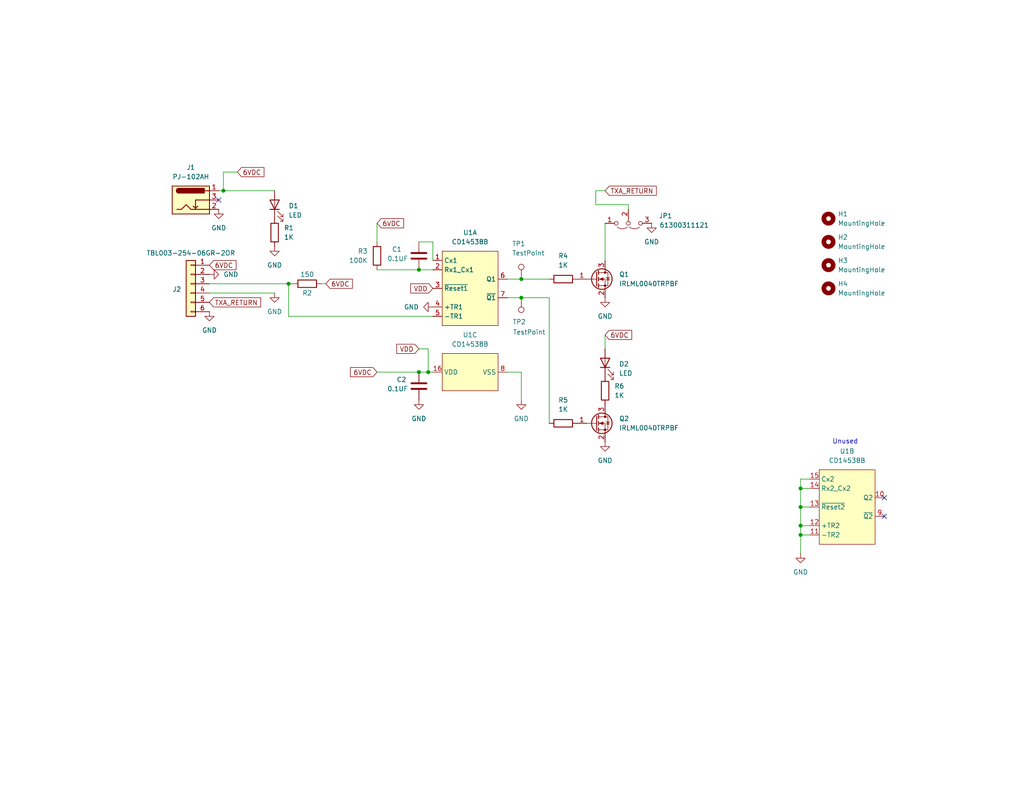
<source format=kicad_sch>
(kicad_sch (version 20231120) (generator "eeschema") (generator_version "8.0")
  (paper "A")
  (title_block (title "Aux Garage Door Sensors PCB") (date "2024-12-08") (rev "0.1") (comment 4 "Author: Jesse Wynn"))
  (lib_symbols
    (symbol "4xxx:4098"
      (property "Reference" "U" (at -5.08 11.43 0))
      (property "Value" "4098" (at -5.08 -11.43 0))
      (symbol "4098_1_1"
        (rectangle (start -7.62 10.16) (end 7.62 -10.16) (fill (type background)))
        (pin input line (at -10.16 7.62 0) (length 2.54) (name "Cx1") (number "1"))
        (pin input line (at -10.16 5.08 0) (length 2.54) (name "Rx1_Cx1") (number "2"))
        (pin input line (at -10.16 0 0) (length 2.54) (name "~{Reset1}") (number "3"))
        (pin input line (at -10.16 -5.08 0) (length 2.54) (name "+TR1") (number "4"))
        (pin input line (at -10.16 -7.62 0) (length 2.54) (name "-TR1") (number "5"))
        (pin output line (at 10.16 2.54 180) (length 2.54) (name "Q1") (number "6"))
        (pin output line (at 10.16 -2.54 180) (length 2.54) (name "~{Q1}") (number "7"))
      )
      (symbol "4098_2_1"
        (rectangle (start -7.62 10.16) (end 7.62 -10.16) (fill (type background)))
        (pin output line (at 10.16 2.54 180) (length 2.54) (name "Q2") (number "10"))
        (pin input line (at -10.16 -7.62 0) (length 2.54) (name "-TR2") (number "11"))
        (pin input line (at -10.16 -5.08 0) (length 2.54) (name "+TR2") (number "12"))
        (pin input line (at -10.16 0 0) (length 2.54) (name "~{Reset2}") (number "13"))
        (pin input line (at -10.16 5.08 0) (length 2.54) (name "Rx2_Cx2") (number "14"))
        (pin input line (at -10.16 7.62 0) (length 2.54) (name "Cx2") (number "15"))
        (pin output line (at 10.16 -2.54 180) (length 2.54) (name "~{Q2}") (number "9"))
      )
      (symbol "4098_3_1"
        (rectangle (start -5.08 7.62) (end 5.08 -7.62) (fill (type background)))
        (pin power_in line (at 0 10.16 270) (length 2.54) (name "VDD") (number "16"))
        (pin power_in line (at 0 -10.16 90) (length 2.54) (name "VSS") (number "8"))
      )
    )
    (symbol "Connector:Barrel_Jack_Switch" (pin_names hide)
      (property "Reference" "J" (at 0 5.334 0))
      (property "Value" "Barrel_Jack_Switch" (at 0 -5.08 0))
      (symbol "Barrel_Jack_Switch_0_1"
        (rectangle (start -5.08 3.81) (end 5.08 -3.81) (stroke (width 0.254)) (fill (type background)))
        (arc (start -3.302 3.175) (mid -3.9343 2.54) (end -3.302 1.905) (stroke (width 0.254)))
        (arc (start -3.302 3.175) (mid -3.9343 2.54) (end -3.302 1.905) (stroke (width 0.254)) (fill (type outline)))
        (polyline (pts (xy 1.27 -2.286) (xy 1.905 -1.651)) (stroke (width 0.254)))
        (polyline (pts (xy 5.08 2.54) (xy 3.81 2.54)) (stroke (width 0.254)))
        (polyline (pts (xy 5.08 0) (xy 1.27 0) (xy 1.27 -2.286) (xy 0.635 -1.651)) (stroke (width 0.254)))
        (polyline (pts (xy -3.81 -2.54) (xy -2.54 -2.54) (xy -1.27 -1.27) (xy 0 -2.54) (xy 2.54 -2.54) (xy 5.08 -2.54)) (stroke (width 0.254)))
        (rectangle (start 3.683 3.175) (end -3.302 1.905) (stroke (width 0.254)) (fill (type outline)))
      )
      (symbol "Barrel_Jack_Switch_1_1"
        (pin passive line (at 7.62 2.54 180) (length 2.54) (name "~") (number "1"))
        (pin passive line (at 7.62 -2.54 180) (length 2.54) (name "~") (number "2"))
        (pin passive line (at 7.62 0 180) (length 2.54) (name "~") (number "3"))
      )
    )
    (symbol "Connector:TestPoint" (pin_numbers hide) (pin_names (offset 0.762) hide)
      (property "Reference" "TP" (at 0 6.858 0))
      (property "Value" "TestPoint" (at 0 5.08 0))
      (symbol "TestPoint_0_1"
        (circle (center 0 3.302) (radius 0.762))
      )
      (symbol "TestPoint_1_1"
        (pin passive line (at 0 0 90) (length 2.54) (name "1") (number "1"))
      )
    )
    (symbol "Connector_Generic:Conn_01x06" (pin_names (offset 1.016) hide)
      (property "Reference" "J" (at 0 7.62 0))
      (property "Value" "Conn_01x06" (at 0 -10.16 0))
      (symbol "Conn_01x06_1_1"
        (rectangle (start -1.27 -7.493) (end 0 -7.747) (stroke (width 0.1524)))
        (rectangle (start -1.27 -4.953) (end 0 -5.207) (stroke (width 0.1524)))
        (rectangle (start -1.27 -2.413) (end 0 -2.667) (stroke (width 0.1524)))
        (rectangle (start -1.27 0.127) (end 0 -0.127) (stroke (width 0.1524)))
        (rectangle (start -1.27 2.667) (end 0 2.413) (stroke (width 0.1524)))
        (rectangle (start -1.27 5.207) (end 0 4.953) (stroke (width 0.1524)))
        (rectangle (start -1.27 6.35) (end 1.27 -8.89) (stroke (width 0.254)) (fill (type background)))
        (pin passive line (at -5.08 5.08 0) (length 3.81) (name "Pin_1") (number "1"))
        (pin passive line (at -5.08 2.54 0) (length 3.81) (name "Pin_2") (number "2"))
        (pin passive line (at -5.08 0 0) (length 3.81) (name "Pin_3") (number "3"))
        (pin passive line (at -5.08 -2.54 0) (length 3.81) (name "Pin_4") (number "4"))
        (pin passive line (at -5.08 -5.08 0) (length 3.81) (name "Pin_5") (number "5"))
        (pin passive line (at -5.08 -7.62 0) (length 3.81) (name "Pin_6") (number "6"))
      )
    )
    (symbol "Device:C" (pin_numbers hide) (pin_names (offset 0.254))
      (property "Reference" "C" (at 0.635 2.54 0))
      (property "Value" "C" (at 0.635 -2.54 0))
      (symbol "C_0_1"
        (polyline (pts (xy -2.032 -0.762) (xy 2.032 -0.762)) (stroke (width 0.508)))
        (polyline (pts (xy -2.032 0.762) (xy 2.032 0.762)) (stroke (width 0.508)))
      )
      (symbol "C_1_1"
        (pin passive line (at 0 3.81 270) (length 2.794) (name "~") (number "1"))
        (pin passive line (at 0 -3.81 90) (length 2.794) (name "~") (number "2"))
      )
    )
    (symbol "Device:LED" (pin_numbers hide) (pin_names (offset 1.016) hide)
      (property "Reference" "D" (at 0 2.54 0))
      (property "Value" "LED" (at 0 -2.54 0))
      (symbol "LED_0_1"
        (polyline (pts (xy -1.27 -1.27) (xy -1.27 1.27)) (stroke (width 0.254)))
        (polyline (pts (xy -1.27 0) (xy 1.27 0)))
        (polyline (pts (xy 1.27 -1.27) (xy 1.27 1.27) (xy -1.27 0) (xy 1.27 -1.27)) (stroke (width 0.254)))
        (polyline (pts (xy -3.048 -0.762) (xy -4.572 -2.286) (xy -3.81 -2.286) (xy -4.572 -2.286) (xy -4.572 -1.524)))
        (polyline (pts (xy -1.778 -0.762) (xy -3.302 -2.286) (xy -2.54 -2.286) (xy -3.302 -2.286) (xy -3.302 -1.524)))
      )
      (symbol "LED_1_1"
        (pin passive line (at -3.81 0 0) (length 2.54) (name "K") (number "1"))
        (pin passive line (at 3.81 0 180) (length 2.54) (name "A") (number "2"))
      )
    )
    (symbol "Device:Q_NMOS_GSD" (pin_names (offset 0) hide)
      (property "Reference" "Q" (at 5.08 1.27 0))
      (property "Value" "Q_NMOS_GSD" (at 5.08 -1.27 0))
      (symbol "Q_NMOS_GSD_0_1"
        (polyline (pts (xy 0.254 0) (xy -2.54 0)))
        (polyline (pts (xy 0.254 1.905) (xy 0.254 -1.905)) (stroke (width 0.254)))
        (polyline (pts (xy 0.762 -1.27) (xy 0.762 -2.286)) (stroke (width 0.254)))
        (polyline (pts (xy 0.762 0.508) (xy 0.762 -0.508)) (stroke (width 0.254)))
        (polyline (pts (xy 0.762 2.286) (xy 0.762 1.27)) (stroke (width 0.254)))
        (polyline (pts (xy 2.54 2.54) (xy 2.54 1.778)))
        (polyline (pts (xy 2.54 -2.54) (xy 2.54 0) (xy 0.762 0)))
        (polyline (pts (xy 0.762 -1.778) (xy 3.302 -1.778) (xy 3.302 1.778) (xy 0.762 1.778)))
        (polyline (pts (xy 1.016 0) (xy 2.032 0.381) (xy 2.032 -0.381) (xy 1.016 0)) (fill (type outline)))
        (polyline (pts (xy 2.794 0.508) (xy 2.921 0.381) (xy 3.683 0.381) (xy 3.81 0.254)))
        (polyline (pts (xy 3.302 0.381) (xy 2.921 -0.254) (xy 3.683 -0.254) (xy 3.302 0.381)))
        (circle (center 1.651 0) (radius 2.794) (stroke (width 0.254)))
        (circle (center 2.54 -1.778) (radius 0.254) (fill (type outline)))
        (circle (center 2.54 1.778) (radius 0.254) (fill (type outline)))
      )
      (symbol "Q_NMOS_GSD_1_1"
        (pin input line (at -5.08 0 0) (length 2.54) (name "G") (number "1"))
        (pin passive line (at 2.54 -5.08 90) (length 2.54) (name "S") (number "2"))
        (pin passive line (at 2.54 5.08 270) (length 2.54) (name "D") (number "3"))
      )
    )
    (symbol "Device:R" (pin_numbers hide) (pin_names (offset 0))
      (property "Reference" "R" (at 2.032 0 90))
      (property "Value" "R" (at 0 0 90))
      (symbol "R_0_1"
        (rectangle (start -1.016 -2.54) (end 1.016 2.54) (stroke (width 0.254)))
      )
      (symbol "R_1_1"
        (pin passive line (at 0 3.81 270) (length 1.27) (name "~") (number "1"))
        (pin passive line (at 0 -3.81 90) (length 1.27) (name "~") (number "2"))
      )
    )
    (symbol "Jumper:Jumper_3_Open" (pin_names (offset 0) hide) (exclude_from_sim yes) (in_bom no)
      (property "Reference" "JP" (at -2.54 -2.54 0))
      (property "Value" "Jumper_3_Open" (at 0 2.794 0))
      (symbol "Jumper_3_Open_0_0"
        (circle (center -3.302 0) (radius 0.508))
        (circle (center 0 0) (radius 0.508))
        (circle (center 3.302 0) (radius 0.508))
      )
      (symbol "Jumper_3_Open_0_1"
        (arc (start -0.254 1.016) (mid -1.651 1.4992) (end -3.048 1.016))
        (polyline (pts (xy 0 -0.508) (xy 0 -1.27)))
        (arc (start 3.048 1.016) (mid 1.651 1.4992) (end 0.254 1.016))
      )
      (symbol "Jumper_3_Open_1_1"
        (pin passive line (at -6.35 0 0) (length 2.54) (name "A") (number "1"))
        (pin passive line (at 0 -3.81 90) (length 2.54) (name "C") (number "2"))
        (pin passive line (at 6.35 0 180) (length 2.54) (name "B") (number "3"))
      )
    )
    (symbol "Mechanical:MountingHole" (pin_names (offset 1.016)) (exclude_from_sim yes) (in_bom no)
      (property "Reference" "H" (at 0 5.08 0))
      (property "Value" "MountingHole" (at 0 3.175 0))
      (symbol "MountingHole_0_1"
        (circle (center 0 0) (radius 1.27) (stroke (width 1.27)))
      )
    )
    (symbol "power:GND" (power) (pin_numbers hide) (pin_names (offset 0) hide)
      (property "Value" "GND" (at 0 -3.81 0))
      (symbol "GND_0_1"
        (polyline (pts (xy 0 0) (xy 0 -1.27) (xy 1.27 -1.27) (xy 0 -2.54) (xy -1.27 -1.27) (xy 0 -1.27)))
      )
      (symbol "GND_1_1"
        (pin power_in line (at 0 0 270) (length 0) (name "~") (number "1"))
      )
    )
  )
  (junction (at 78.74 77.47))
  (junction (at 218.44 133.35))
  (junction (at 114.3 101.6))
  (junction (at 218.44 146.05))
  (junction (at 142.24 81.28))
  (junction (at 60.96 52.07))
  (junction (at 142.24 76.2))
  (junction (at 218.44 143.51))
  (junction (at 116.84 101.6))
  (junction (at 218.44 138.43))
  (junction (at 114.3 73.66))
  (no_connect (at 241.3 135.89))
  (no_connect (at 59.69 54.61))
  (no_connect (at 241.3 140.97))
  (wire (pts (xy 165.1 91.44) (xy 165.1 95.25)))
  (wire (pts (xy 60.96 52.07) (xy 74.93 52.07)))
  (wire (pts (xy 102.87 60.96) (xy 102.87 66.04)))
  (wire (pts (xy 114.3 101.6) (xy 116.84 101.6)))
  (wire (pts (xy 118.11 86.36) (xy 78.74 86.36)))
  (wire (pts (xy 142.24 101.6) (xy 142.24 109.22)))
  (wire (pts (xy 102.87 101.6) (xy 114.3 101.6)))
  (wire (pts (xy 218.44 146.05) (xy 220.98 146.05)))
  (wire (pts (xy 87.63 77.47) (xy 88.9 77.47)))
  (wire (pts (xy 142.24 76.2) (xy 149.86 76.2)))
  (wire (pts (xy 218.44 133.35) (xy 220.98 133.35)))
  (wire (pts (xy 218.44 138.43) (xy 218.44 143.51)))
  (wire (pts (xy 142.24 81.28) (xy 149.86 81.28)))
  (wire (pts (xy 171.45 55.88) (xy 171.45 57.15)))
  (wire (pts (xy 78.74 86.36) (xy 78.74 77.47)))
  (wire (pts (xy 218.44 130.81) (xy 220.98 130.81)))
  (wire (pts (xy 218.44 143.51) (xy 220.98 143.51)))
  (wire (pts (xy 165.1 52.07) (xy 162.56 52.07)))
  (wire (pts (xy 59.69 52.07) (xy 60.96 52.07)))
  (wire (pts (xy 57.15 80.01) (xy 74.93 80.01)))
  (wire (pts (xy 165.1 60.96) (xy 165.1 71.12)))
  (wire (pts (xy 218.44 130.81) (xy 218.44 133.35)))
  (wire (pts (xy 138.43 76.2) (xy 142.24 76.2)))
  (wire (pts (xy 102.87 73.66) (xy 114.3 73.66)))
  (wire (pts (xy 118.11 66.04) (xy 118.11 71.12)))
  (wire (pts (xy 78.74 77.47) (xy 80.01 77.47)))
  (wire (pts (xy 218.44 133.35) (xy 218.44 138.43)))
  (wire (pts (xy 114.3 95.25) (xy 116.84 95.25)))
  (wire (pts (xy 218.44 146.05) (xy 218.44 151.13)))
  (wire (pts (xy 162.56 55.88) (xy 171.45 55.88)))
  (wire (pts (xy 218.44 143.51) (xy 218.44 146.05)))
  (wire (pts (xy 138.43 81.28) (xy 142.24 81.28)))
  (wire (pts (xy 116.84 101.6) (xy 118.11 101.6)))
  (wire (pts (xy 57.15 77.47) (xy 78.74 77.47)))
  (wire (pts (xy 114.3 73.66) (xy 118.11 73.66)))
  (wire (pts (xy 60.96 46.99) (xy 60.96 52.07)))
  (wire (pts (xy 162.56 52.07) (xy 162.56 55.88)))
  (wire (pts (xy 218.44 138.43) (xy 220.98 138.43)))
  (wire (pts (xy 116.84 95.25) (xy 116.84 101.6)))
  (wire (pts (xy 114.3 66.04) (xy 118.11 66.04)))
  (wire (pts (xy 138.43 101.6) (xy 142.24 101.6)))
  (wire (pts (xy 149.86 81.28) (xy 149.86 115.57)))
  (wire (pts (xy 64.77 46.99) (xy 60.96 46.99)))
  (text "Unused" (at 230.632 120.65 0) (effects (font (size 1.27 1.27))))
  (global_label "6VDC" (shape input) (at 102.87 101.6 180) (property "Intersheetrefs" "${INTERSHEET_REFS}" (effects (hide yes))))
  (global_label "TXA_RETURN" (shape input) (at 165.1 52.07 0) (property "Intersheetrefs" "${INTERSHEET_REFS}" (effects (hide yes))))
  (global_label "VDD" (shape input) (at 114.3 95.25 180) (property "Intersheetrefs" "${INTERSHEET_REFS}" (effects (hide yes))))
  (global_label "6VDC" (shape input) (at 64.77 46.99 0) (property "Intersheetrefs" "${INTERSHEET_REFS}" (effects (hide yes))))
  (global_label "VDD" (shape input) (at 118.11 78.74 180) (property "Intersheetrefs" "${INTERSHEET_REFS}" (effects (hide yes))))
  (global_label "6VDC" (shape input) (at 57.15 72.39 0) (property "Intersheetrefs" "${INTERSHEET_REFS}" (effects (hide yes))))
  (global_label "6VDC" (shape input) (at 88.9 77.47 0) (property "Intersheetrefs" "${INTERSHEET_REFS}" (effects (hide yes))))
  (global_label "6VDC" (shape input) (at 102.87 60.96 0) (property "Intersheetrefs" "${INTERSHEET_REFS}" (effects (hide yes))))
  (global_label "6VDC" (shape input) (at 165.1 91.44 0) (property "Intersheetrefs" "${INTERSHEET_REFS}" (effects (hide yes))))
  (global_label "TXA_RETURN" (shape input) (at 57.15 82.55 0) (property "Intersheetrefs" "${INTERSHEET_REFS}" (effects (hide yes))))
  (symbol (lib_id "Device:LED") (at 74.93 55.88 90) (unit 1)
    (property "Reference" "D1" (at 78.74 56.1974 90) (effects (justify right)))
    (property "Value" "LED" (at 78.74 58.7374 90) (effects (justify right)))
    (property "Footprint" "LED_SMD:LED_0805_2012Metric_Pad1.15x1.40mm_HandSolder" (effects (hide yes)))
    (property "Datasheet" "https://www.we-online.com/components/products/datasheet/150080AS75000.pdf" (effects (hide yes)))
    (property "Description" "LED AMBER CLEAR 0805 SMD" (effects (hide yes)))
    (property "MFR" "Würth Elektronik" (effects (hide yes)))
    (property "MPN" "150080AS75000" (effects (hide yes)))
  )
  (symbol (lib_id "power:GND") (at 74.93 80.01 0) (unit 1)
    (property "Reference" "#PWR05" (effects (hide yes)))
    (property "Value" "GND" (at 74.93 85.09 0))
    (property "Description" "Power symbol creates a global label with name \"GND\" , ground" (effects (hide yes)))
  )
  (symbol (lib_id "power:GND") (at 165.1 81.28 0) (unit 1)
    (property "Reference" "#PWR09" (effects (hide yes)))
    (property "Value" "GND" (at 165.1 86.36 0))
    (property "Description" "Power symbol creates a global label with name \"GND\" , ground" (effects (hide yes)))
  )
  (symbol (lib_id "Device:R") (at 165.1 106.68 0) (unit 1)
    (property "Reference" "R6" (at 167.64 105.4099 0) (effects (justify left)))
    (property "Value" "1K" (at 167.64 107.9499 0) (effects (justify left)))
    (property "Footprint" "Resistor_SMD:R_0805_2012Metric_Pad1.20x1.40mm_HandSolder" (effects (hide yes)))
    (property "Datasheet" "https://www.seielect.com/catalog/sei-rncp.pdf" (effects (hide yes)))
    (property "Description" "RES 1K OHM 1% 1/4W 0805" (effects (hide yes)))
    (property "MFR" "Stackpole Electronics Inc" (effects (hide yes)))
    (property "MPN" "RNCP0805FTD1K00" (effects (hide yes)))
  )
  (symbol (lib_id "power:GND") (at 74.93 67.31 0) (unit 1)
    (property "Reference" "#PWR04" (effects (hide yes)))
    (property "Value" "GND" (at 74.93 72.39 0))
    (property "Description" "Power symbol creates a global label with name \"GND\" , ground" (effects (hide yes)))
  )
  (symbol (lib_id "power:GND") (at 59.69 57.15 0) (unit 1)
    (property "Reference" "#PWR03" (effects (hide yes)))
    (property "Value" "GND" (at 59.69 62.23 0))
    (property "Description" "Power symbol creates a global label with name \"GND\" , ground" (effects (hide yes)))
  )
  (symbol (lib_id "power:GND") (at 57.15 74.93 90) (unit 1)
    (property "Reference" "#PWR01" (effects (hide yes)))
    (property "Value" "GND" (at 60.96 74.9299 90) (effects (justify right)))
    (property "Description" "Power symbol creates a global label with name \"GND\" , ground" (effects (hide yes)))
  )
  (symbol (lib_id "Device:R") (at 74.93 63.5 0) (unit 1)
    (property "Reference" "R1" (at 77.47 62.2299 0) (effects (justify left)))
    (property "Value" "1K" (at 77.47 64.7699 0) (effects (justify left)))
    (property "Footprint" "Resistor_SMD:R_0805_2012Metric_Pad1.20x1.40mm_HandSolder" (effects (hide yes)))
    (property "Datasheet" "https://www.seielect.com/catalog/sei-rncp.pdf" (effects (hide yes)))
    (property "Description" "RES 1K OHM 1% 1/4W 0805" (effects (hide yes)))
    (property "MFR" "Stackpole Electronics Inc" (effects (hide yes)))
    (property "MPN" "RNCP0805FTD1K00" (effects (hide yes)))
  )
  (symbol (lib_id "4xxx:4098") (at 128.27 101.6 90) (unit 3)
    (property "Reference" "U1" (at 128.27 91.44 90))
    (property "Value" "CD14538B" (at 128.27 93.98 90))
    (property "Footprint" "Package_SO:SOIC-16_3.9x9.9mm_P1.27mm" (effects (hide yes)))
    (property "Datasheet" "https://www.ti.com/general/docs/suppproductinfo.tsp?distId=10&gotoUrl=http%253A%252F%252Fwww.ti.com%252Flit%252Fgpn%252Fcd14538b" (effects (hide yes)))
    (property "Description" "Dual Monostable Multivibrator 100NS" (effects (hide yes)))
    (property "MFR" "Texas Instruments" (effects (hide yes)))
    (property "MPN" "CD14538BM96" (effects (hide yes)))
  )
  (symbol (lib_id "Mechanical:MountingHole") (at 226.06 59.69 0) (unit 1) (exclude_from_sim yes) (in_bom no)
    (property "Reference" "H1" (at 228.6 58.4199 0) (effects (justify left)))
    (property "Value" "MountingHole" (at 228.6 60.9599 0) (effects (justify left)))
    (property "Footprint" "MountingHole:MountingHole_3.2mm_M3" (effects (hide yes)))
    (property "Description" "Mounting Hole without connection" (effects (hide yes)))
  )
  (symbol (lib_id "Device:R") (at 153.67 115.57 90) (unit 1)
    (property "Reference" "R5" (at 153.67 109.22 90))
    (property "Value" "1K" (at 153.67 111.76 90))
    (property "Footprint" "Resistor_SMD:R_0805_2012Metric_Pad1.20x1.40mm_HandSolder" (effects (hide yes)))
    (property "Datasheet" "https://www.seielect.com/catalog/sei-rncp.pdf" (effects (hide yes)))
    (property "Description" "RES 1K OHM 1% 1/4W 0805" (effects (hide yes)))
    (property "MFR" "Stackpole Electronics Inc" (effects (hide yes)))
    (property "MPN" "RNCP0805FTD1K00" (effects (hide yes)))
  )
  (symbol (lib_id "power:GND") (at 118.11 83.82 270) (unit 1)
    (property "Reference" "#PWR07" (effects (hide yes)))
    (property "Value" "GND" (at 114.3 83.8199 90) (effects (justify right)))
    (property "Description" "Power symbol creates a global label with name \"GND\" , ground" (effects (hide yes)))
  )
  (symbol (lib_id "Mechanical:MountingHole") (at 226.06 78.74 0) (unit 1) (exclude_from_sim yes) (in_bom no)
    (property "Reference" "H4" (at 228.6 77.4699 0) (effects (justify left)))
    (property "Value" "MountingHole" (at 228.6 80.0099 0) (effects (justify left)))
    (property "Footprint" "MountingHole:MountingHole_3.2mm_M3" (effects (hide yes)))
    (property "Description" "Mounting Hole without connection" (effects (hide yes)))
  )
  (symbol (lib_id "Device:LED") (at 165.1 99.06 90) (unit 1)
    (property "Reference" "D2" (at 168.91 99.3774 90) (effects (justify right)))
    (property "Value" "LED" (at 168.91 101.9174 90) (effects (justify right)))
    (property "Footprint" "LED_SMD:LED_0805_2012Metric_Pad1.15x1.40mm_HandSolder" (effects (hide yes)))
    (property "Datasheet" "https://www.we-online.com/components/products/datasheet/150080AS75000.pdf" (effects (hide yes)))
    (property "Description" "LED AMBER CLEAR 0805 SMD" (effects (hide yes)))
    (property "MFR" "Würth Elektronik" (effects (hide yes)))
    (property "MPN" "150080AS75000" (effects (hide yes)))
  )
  (symbol (lib_id "Mechanical:MountingHole") (at 226.06 72.39 0) (unit 1) (exclude_from_sim yes) (in_bom no)
    (property "Reference" "H3" (at 228.6 71.1199 0) (effects (justify left)))
    (property "Value" "MountingHole" (at 228.6 73.6599 0) (effects (justify left)))
    (property "Footprint" "MountingHole:MountingHole_3.2mm_M3" (effects (hide yes)))
    (property "Description" "Mounting Hole without connection" (effects (hide yes)))
  )
  (symbol (lib_id "Device:Q_NMOS_GSD") (at 162.56 115.57 0) (unit 1)
    (property "Reference" "Q2" (at 168.91 114.2999 0) (effects (justify left)))
    (property "Value" "IRLML0040TRPBF" (at 168.91 116.8399 0) (effects (justify left)))
    (property "Footprint" "Package_TO_SOT_SMD:SOT-23" (effects (hide yes)))
    (property "Datasheet" "https://www.infineon.com/dgdl/irlml0040pbf.pdf?fileId=5546d462533600a401535664894825e4" (effects (hide yes)))
    (property "Description" "MOSFET N-CH 40V 3.6A SOT23" (effects (hide yes)))
    (property "MFR" "Infineon Technologies" (effects (hide yes)))
    (property "MPN" "IRLML0040TRPBF" (effects (hide yes)))
  )
  (symbol (lib_id "4xxx:4098") (at 231.14 138.43 0) (unit 2)
    (property "Reference" "U1" (at 231.14 123.19 0))
    (property "Value" "CD14538B" (at 231.14 125.73 0))
    (property "Footprint" "Package_SO:SOIC-16_3.9x9.9mm_P1.27mm" (effects (hide yes)))
    (property "Datasheet" "https://www.ti.com/general/docs/suppproductinfo.tsp?distId=10&gotoUrl=http%253A%252F%252Fwww.ti.com%252Flit%252Fgpn%252Fcd14538b" (effects (hide yes)))
    (property "Description" "Dual Monostable Multivibrator 100NS" (effects (hide yes)))
    (property "MFR" "Texas Instruments" (effects (hide yes)))
    (property "MPN" "CD14538BM96" (effects (hide yes)))
  )
  (symbol (lib_id "power:GND") (at 57.15 85.09 0) (unit 1)
    (property "Reference" "#PWR02" (effects (hide yes)))
    (property "Value" "GND" (at 57.15 90.17 0))
    (property "Description" "Power symbol creates a global label with name \"GND\" , ground" (effects (hide yes)))
  )
  (symbol (lib_id "Device:C") (at 114.3 105.41 0) (unit 1)
    (property "Reference" "C2" (at 108.204 103.632 0) (effects (justify left)))
    (property "Value" "0.1UF" (at 105.664 106.172 0) (effects (justify left)))
    (property "Footprint" "Capacitor_SMD:C_0805_2012Metric_Pad1.18x1.45mm_HandSolder" (effects (hide yes)))
    (property "Datasheet" "https://mm.digikey.com/Volume0/opasdata/d220001/medias/docus/609/CL21B104KBCNNN_Spec.pdf?_gl=1*xwzsqw*_up*MQ..&gclid=Cj0KCQiA7NO7BhDsARIsADg_hIZWcsgRMvnQwAyiczPcalPgzxi7Z8XZbSm9ysg1Juz1t85Fkj6sgnIaAljEEALw_wcB&gclsrc=aw.ds" (effects (hide yes)))
    (property "Description" "CAP CER 0.1UF 50V X7R 0805" (effects (hide yes)))
    (property "MFR" "Samsung Electro-Mechanics" (effects (hide yes)))
    (property "MPN" "CL21B104KBCNNNC" (effects (hide yes)))
  )
  (symbol (lib_id "Connector:Barrel_Jack_Switch") (at 52.07 54.61 0) (unit 1)
    (property "Reference" "J1" (at 52.07 45.72 0))
    (property "Value" "PJ-102AH" (at 52.07 48.26 0))
    (property "Footprint" "Connector_BarrelJack:BarrelJack_Horizontal" (effects (hide yes)))
    (property "Datasheet" "https://www.cuidevices.com/product/resource/pj-102ah.pdf" (effects (hide yes)))
    (property "Description" "DC Barrel Jack with an internal switch" (effects (hide yes)))
    (property "MFR" "Same Sky (Formerly CUI Devices)" (effects (hide yes)))
    (property "MPN" "PJ-102AH" (effects (hide yes)))
  )
  (symbol (lib_id "Device:R") (at 102.87 69.85 0) (mirror x) (unit 1)
    (property "Reference" "R3" (at 100.33 68.5799 0) (effects (justify right)))
    (property "Value" "100K" (at 100.33 71.1199 0) (effects (justify right)))
    (property "Footprint" "Resistor_SMD:R_0805_2012Metric_Pad1.20x1.40mm_HandSolder" (effects (hide yes)))
    (property "Datasheet" "https://www.yageo.com/upload/media/product/products/datasheet/rchip/PYu-RC_Group_51_RoHS_L_12.pdf" (effects (hide yes)))
    (property "Description" "RES 100K OHM 1% 1/8W 0805" (effects (hide yes)))
    (property "MFR" "YAGEO" (effects (hide yes)))
    (property "MPN" "RC0805FR-07100KL" (effects (hide yes)))
  )
  (symbol (lib_id "power:GND") (at 165.1 120.65 0) (unit 1)
    (property "Reference" "#PWR010" (effects (hide yes)))
    (property "Value" "GND" (at 165.1 125.73 0))
    (property "Description" "Power symbol creates a global label with name \"GND\" , ground" (effects (hide yes)))
  )
  (symbol (lib_id "Device:R") (at 83.82 77.47 90) (unit 1)
    (property "Reference" "R2" (at 83.82 80.01 90))
    (property "Value" "150" (at 83.82 74.93 90))
    (property "Footprint" "Resistor_SMD:R_0805_2012Metric_Pad1.20x1.40mm_HandSolder" (effects (hide yes)))
    (property "Datasheet" "https://industrial.panasonic.com/cdbs/www-data/pdf/RDO0000/AOA0000C331.pdf" (effects (hide yes)))
    (property "Description" "RES SMD 150 OHM 5% 1/2W 0805" (effects (hide yes)))
    (property "MFR" "Panasonic Electronic Components" (effects (hide yes)))
    (property "MPN" "ERJ-P06J151V" (effects (hide yes)))
  )
  (symbol (lib_id "power:GND") (at 177.8 60.96 0) (unit 1)
    (property "Reference" "#PWR011" (effects (hide yes)))
    (property "Value" "GND" (at 177.8 66.04 0))
    (property "Description" "Power symbol creates a global label with name \"GND\" , ground" (effects (hide yes)))
  )
  (symbol (lib_id "power:GND") (at 114.3 109.22 0) (unit 1)
    (property "Reference" "#PWR06" (effects (hide yes)))
    (property "Value" "GND" (at 114.3 114.3 0))
    (property "Description" "Power symbol creates a global label with name \"GND\" , ground" (effects (hide yes)))
  )
  (symbol (lib_id "Connector_Generic:Conn_01x06") (at 52.07 77.47 0) (mirror y) (unit 1)
    (property "Reference" "J2" (at 48.26 78.994 0))
    (property "Value" "TBL003-254-06GR-2OR" (at 52.07 69.088 0))
    (property "Footprint" "custom_footprints:screwless_terminal_block_01x06" (effects (hide yes)))
    (property "Datasheet" "https://www.cuidevices.com/product/resource/tbl003-254.pdf" (effects (hide yes)))
    (property "Description" "TERMINAL BLOCK, SCREWLESS, 2.54," (effects (hide yes)))
    (property "MFR" "Same Sky (Formerly CUI Devices)" (effects (hide yes)))
    (property "MPN" "TBL003-254-06GR-2OR" (effects (hide yes)))
  )
  (symbol (lib_id "Connector:TestPoint") (at 142.24 81.28 180) (unit 1)
    (property "Reference" "TP2" (at 143.51 87.884 0) (effects (justify left)))
    (property "Value" "TestPoint" (at 148.844 90.678 0) (effects (justify left)))
    (property "Footprint" "TestPoint:TestPoint_Pad_D1.5mm" (effects (hide yes)))
    (property "Description" "test point" (effects (hide yes)))
  )
  (symbol (lib_id "Connector:TestPoint") (at 142.24 76.2 0) (unit 1)
    (property "Reference" "TP1" (at 139.7 66.548 0) (effects (justify left)))
    (property "Value" "TestPoint" (at 139.7 69.088 0) (effects (justify left)))
    (property "Footprint" "TestPoint:TestPoint_Pad_D1.5mm" (effects (hide yes)))
    (property "Description" "test point" (effects (hide yes)))
  )
  (symbol (lib_id "Jumper:Jumper_3_Open") (at 171.45 60.96 0) (mirror x) (unit 1) (exclude_from_sim yes) (in_bom no)
    (property "Reference" "JP1" (at 181.61 58.928 0))
    (property "Value" "61300311121" (at 186.69 61.468 0))
    (property "Footprint" "Connector_PinHeader_2.54mm:PinHeader_1x03_P2.54mm_Vertical" (effects (hide yes)))
    (property "Datasheet" "https://www.we-online.com/components/products/datasheet/61300311121.pdf" (effects (hide yes)))
    (property "Description" "Jumper, 3-pole, both open" (effects (hide yes)))
    (property "MFR" "Würth Elektronik" (effects (hide yes)))
    (property "MPN" "61300311121" (effects (hide yes)))
  )
  (symbol (lib_id "power:GND") (at 142.24 109.22 0) (unit 1)
    (property "Reference" "#PWR08" (effects (hide yes)))
    (property "Value" "GND" (at 142.24 114.3 0))
    (property "Description" "Power symbol creates a global label with name \"GND\" , ground" (effects (hide yes)))
  )
  (symbol (lib_id "power:GND") (at 218.44 151.13 0) (unit 1)
    (property "Reference" "#PWR012" (effects (hide yes)))
    (property "Value" "GND" (at 218.44 156.21 0))
    (property "Description" "Power symbol creates a global label with name \"GND\" , ground" (effects (hide yes)))
  )
  (symbol (lib_id "Device:C") (at 114.3 69.85 0) (unit 1)
    (property "Reference" "C1" (at 106.934 68.072 0) (effects (justify left)))
    (property "Value" "0.1UF" (at 105.664 70.612 0) (effects (justify left)))
    (property "Footprint" "Capacitor_SMD:C_0805_2012Metric_Pad1.18x1.45mm_HandSolder" (effects (hide yes)))
    (property "Datasheet" "https://mm.digikey.com/Volume0/opasdata/d220001/medias/docus/609/CL21B104KBCNNN_Spec.pdf?_gl=1*xwzsqw*_up*MQ..&gclid=Cj0KCQiA7NO7BhDsARIsADg_hIZWcsgRMvnQwAyiczPcalPgzxi7Z8XZbSm9ysg1Juz1t85Fkj6sgnIaAljEEALw_wcB&gclsrc=aw.ds" (effects (hide yes)))
    (property "Description" "CAP CER 0.1UF 50V X7R 0805" (effects (hide yes)))
    (property "MFR" "Samsung Electro-Mechanics" (effects (hide yes)))
    (property "MPN" "CL21B104KBCNNNC" (effects (hide yes)))
  )
  (symbol (lib_id "4xxx:4098") (at 128.27 78.74 0) (unit 1)
    (property "Reference" "U1" (at 128.27 63.5 0))
    (property "Value" "CD14538B" (at 128.27 66.04 0))
    (property "Footprint" "Package_SO:SOIC-16_3.9x9.9mm_P1.27mm" (effects (hide yes)))
    (property "Datasheet" "https://www.ti.com/general/docs/suppproductinfo.tsp?distId=10&gotoUrl=http%253A%252F%252Fwww.ti.com%252Flit%252Fgpn%252Fcd14538b" (effects (hide yes)))
    (property "Description" "Dual Monostable Multivibrator 100NS" (effects (hide yes)))
    (property "MFR" "Texas Instruments" (effects (hide yes)))
    (property "MPN" "CD14538BM96" (effects (hide yes)))
  )
  (symbol (lib_id "Mechanical:MountingHole") (at 226.06 66.04 0) (unit 1) (exclude_from_sim yes) (in_bom no)
    (property "Reference" "H2" (at 228.6 64.7699 0) (effects (justify left)))
    (property "Value" "MountingHole" (at 228.6 67.3099 0) (effects (justify left)))
    (property "Footprint" "MountingHole:MountingHole_3.2mm_M3" (effects (hide yes)))
    (property "Description" "Mounting Hole without connection" (effects (hide yes)))
  )
  (symbol (lib_id "Device:Q_NMOS_GSD") (at 162.56 76.2 0) (unit 1)
    (property "Reference" "Q1" (at 168.91 74.9299 0) (effects (justify left)))
    (property "Value" "IRLML0040TRPBF" (at 168.91 77.4699 0) (effects (justify left)))
    (property "Footprint" "Package_TO_SOT_SMD:SOT-23" (effects (hide yes)))
    (property "Datasheet" "https://www.infineon.com/dgdl/irlml0040pbf.pdf?fileId=5546d462533600a401535664894825e4" (effects (hide yes)))
    (property "Description" "MOSFET N-CH 40V 3.6A SOT23" (effects (hide yes)))
    (property "MFR" "Infineon Technologies" (effects (hide yes)))
    (property "MPN" "IRLML0040TRPBF" (effects (hide yes)))
  )
  (symbol (lib_id "Device:R") (at 153.67 76.2 90) (unit 1)
    (property "Reference" "R4" (at 153.67 69.85 90))
    (property "Value" "1K" (at 153.67 72.39 90))
    (property "Footprint" "Resistor_SMD:R_0805_2012Metric_Pad1.20x1.40mm_HandSolder" (effects (hide yes)))
    (property "Datasheet" "https://www.seielect.com/catalog/sei-rncp.pdf" (effects (hide yes)))
    (property "Description" "RES 1K OHM 1% 1/4W 0805" (effects (hide yes)))
    (property "MFR" "Stackpole Electronics Inc" (effects (hide yes)))
    (property "MPN" "RNCP0805FTD1K00" (effects (hide yes)))
  )
)
</source>
